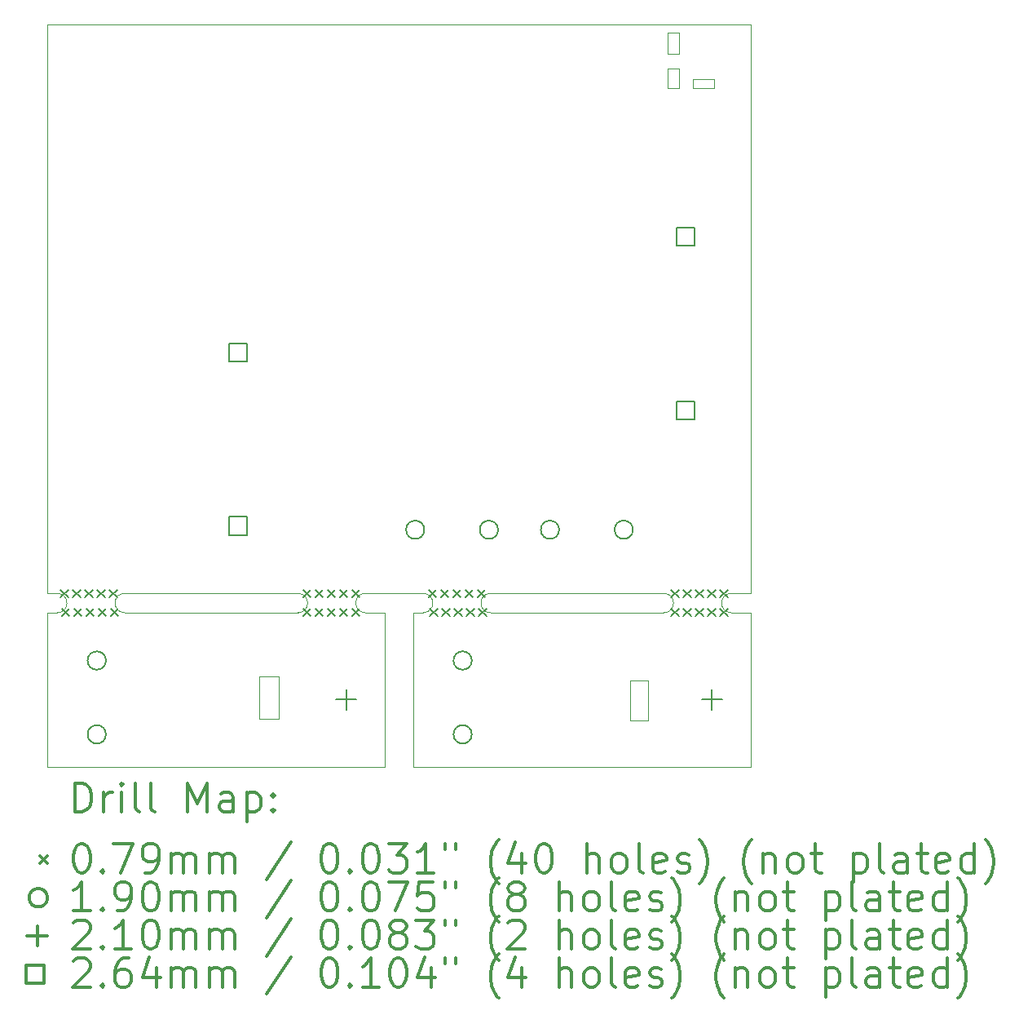
<source format=gbr>
%FSLAX45Y45*%
G04 Gerber Fmt 4.5, Leading zero omitted, Abs format (unit mm)*
G04 Created by KiCad (PCBNEW (5.1.7)-1) date 2021-06-29 10:57:21*
%MOMM*%
%LPD*%
G01*
G04 APERTURE LIST*
%TA.AperFunction,Profile*%
%ADD10C,0.100000*%
%TD*%
%TA.AperFunction,Profile*%
%ADD11C,0.050000*%
%TD*%
%ADD12C,0.200000*%
%ADD13C,0.300000*%
G04 APERTURE END LIST*
D10*
X11260000Y-3750000D02*
X11140000Y-3750000D01*
X11140000Y-3600000D02*
X11260000Y-3600000D01*
X6900000Y-10500000D02*
X7100000Y-10500000D01*
D11*
X12000000Y-9400000D02*
X12000000Y-9600000D01*
X9300000Y-9400000D02*
G75*
G02*
X9300000Y-9200000I0J100000D01*
G01*
D10*
X10750000Y-10100000D02*
X10750000Y-10520000D01*
X10940000Y-10100000D02*
X10750000Y-10100000D01*
X7100000Y-10500000D02*
X7100000Y-10060000D01*
X6900000Y-10060000D02*
X6900000Y-10500000D01*
X10940000Y-10520000D02*
X10940000Y-10100000D01*
X7100000Y-10060000D02*
X6900000Y-10060000D01*
D11*
X11100000Y-9200000D02*
G75*
G02*
X11100000Y-9400000I0J-100000D01*
G01*
X11800000Y-9400000D02*
X12000000Y-9400000D01*
X8500000Y-9600000D02*
X8500000Y-9400000D01*
X9300000Y-9400000D02*
X11100000Y-9400000D01*
X11800000Y-9400000D02*
G75*
G02*
X11800000Y-9200000I0J100000D01*
G01*
X11600000Y-11000000D02*
X12000000Y-11000000D01*
D10*
X10750000Y-10520000D02*
X10940000Y-10520000D01*
D11*
X8200000Y-9600000D02*
X8200000Y-9400000D01*
X8600000Y-9400000D02*
X8500000Y-9400000D01*
X8500000Y-11000000D02*
X11600000Y-11000000D01*
X8200000Y-11000000D02*
X8200000Y-9600000D01*
X5500000Y-9400000D02*
X7300000Y-9400000D01*
X8000000Y-9400000D02*
G75*
G02*
X8000000Y-9200000I0J100000D01*
G01*
X8500000Y-9600000D02*
X8500000Y-11000000D01*
X8600000Y-9200000D02*
G75*
G02*
X8600000Y-9400000I0J-100000D01*
G01*
X12000000Y-11000000D02*
X12000000Y-9600000D01*
X4800000Y-9200000D02*
G75*
G02*
X4800000Y-9400000I0J-100000D01*
G01*
X4700000Y-9600000D02*
X4700000Y-11000000D01*
X7800000Y-11000000D02*
X8200000Y-11000000D01*
X4700000Y-9600000D02*
X4700000Y-9400000D01*
X4800000Y-9400000D02*
X4700000Y-9400000D01*
X5500000Y-9400000D02*
G75*
G02*
X5500000Y-9200000I0J100000D01*
G01*
X8000000Y-9400000D02*
X8200000Y-9400000D01*
X7300000Y-9200000D02*
G75*
G02*
X7300000Y-9400000I0J-100000D01*
G01*
X4700000Y-11000000D02*
X7800000Y-11000000D01*
D10*
X11260000Y-3380000D02*
X11260000Y-3600000D01*
X11140000Y-3380000D02*
X11260000Y-3380000D01*
X11140000Y-3600000D02*
X11140000Y-3380000D01*
X11260000Y-3750000D02*
X11260000Y-3960000D01*
X11140000Y-3960000D02*
X11140000Y-3750000D01*
X11260000Y-3960000D02*
X11140000Y-3960000D01*
X11620000Y-3860000D02*
X11620000Y-3960000D01*
X11400000Y-3860000D02*
X11620000Y-3860000D01*
X11400000Y-3960000D02*
X11400000Y-3860000D01*
X11620000Y-3960000D02*
X11400000Y-3960000D01*
D11*
X11800000Y-9200000D02*
X12000000Y-9200000D01*
X8500000Y-9200000D02*
X8400000Y-9200000D01*
X11100000Y-9200000D02*
X9300000Y-9200000D01*
X8500000Y-9200000D02*
X8600000Y-9200000D01*
X7300000Y-9200000D02*
X5500000Y-9200000D01*
X8000000Y-9200000D02*
X8400000Y-9200000D01*
X4700000Y-9200000D02*
X4800000Y-9200000D01*
X12000000Y-9200000D02*
X12000000Y-9000000D01*
X4700000Y-9000000D02*
X4700000Y-9200000D01*
X12000000Y-9000000D02*
X12000000Y-3300000D01*
X4700000Y-3300000D02*
X4700000Y-9000000D01*
X12000000Y-3300000D02*
X4700000Y-3300000D01*
D12*
X8656630Y-9160630D02*
X8735370Y-9239370D01*
X8735370Y-9160630D02*
X8656630Y-9239370D01*
X8783630Y-9160630D02*
X8862370Y-9239370D01*
X8862370Y-9160630D02*
X8783630Y-9239370D01*
X8910630Y-9160630D02*
X8989370Y-9239370D01*
X8989370Y-9160630D02*
X8910630Y-9239370D01*
X9037630Y-9160630D02*
X9116370Y-9239370D01*
X9116370Y-9160630D02*
X9037630Y-9239370D01*
X9164630Y-9160630D02*
X9243370Y-9239370D01*
X9243370Y-9160630D02*
X9164630Y-9239370D01*
X8669630Y-9360630D02*
X8748370Y-9439370D01*
X8748370Y-9360630D02*
X8669630Y-9439370D01*
X8796630Y-9360630D02*
X8875370Y-9439370D01*
X8875370Y-9360630D02*
X8796630Y-9439370D01*
X8923630Y-9360630D02*
X9002370Y-9439370D01*
X9002370Y-9360630D02*
X8923630Y-9439370D01*
X9050630Y-9360630D02*
X9129370Y-9439370D01*
X9129370Y-9360630D02*
X9050630Y-9439370D01*
X9177630Y-9360630D02*
X9256370Y-9439370D01*
X9256370Y-9360630D02*
X9177630Y-9439370D01*
X4833630Y-9160630D02*
X4912370Y-9239370D01*
X4912370Y-9160630D02*
X4833630Y-9239370D01*
X4960630Y-9160630D02*
X5039370Y-9239370D01*
X5039370Y-9160630D02*
X4960630Y-9239370D01*
X5087630Y-9160630D02*
X5166370Y-9239370D01*
X5166370Y-9160630D02*
X5087630Y-9239370D01*
X5214630Y-9160630D02*
X5293370Y-9239370D01*
X5293370Y-9160630D02*
X5214630Y-9239370D01*
X5341630Y-9160630D02*
X5420370Y-9239370D01*
X5420370Y-9160630D02*
X5341630Y-9239370D01*
X11176630Y-9160630D02*
X11255370Y-9239370D01*
X11255370Y-9160630D02*
X11176630Y-9239370D01*
X11303630Y-9160630D02*
X11382370Y-9239370D01*
X11382370Y-9160630D02*
X11303630Y-9239370D01*
X11430630Y-9160630D02*
X11509370Y-9239370D01*
X11509370Y-9160630D02*
X11430630Y-9239370D01*
X11557630Y-9160630D02*
X11636370Y-9239370D01*
X11636370Y-9160630D02*
X11557630Y-9239370D01*
X11684630Y-9160630D02*
X11763370Y-9239370D01*
X11763370Y-9160630D02*
X11684630Y-9239370D01*
X7353630Y-9360630D02*
X7432370Y-9439370D01*
X7432370Y-9360630D02*
X7353630Y-9439370D01*
X7480630Y-9360630D02*
X7559370Y-9439370D01*
X7559370Y-9360630D02*
X7480630Y-9439370D01*
X7607630Y-9360630D02*
X7686370Y-9439370D01*
X7686370Y-9360630D02*
X7607630Y-9439370D01*
X7734630Y-9360630D02*
X7813370Y-9439370D01*
X7813370Y-9360630D02*
X7734630Y-9439370D01*
X7861630Y-9360630D02*
X7940370Y-9439370D01*
X7940370Y-9360630D02*
X7861630Y-9439370D01*
X4846630Y-9360630D02*
X4925370Y-9439370D01*
X4925370Y-9360630D02*
X4846630Y-9439370D01*
X4973630Y-9360630D02*
X5052370Y-9439370D01*
X5052370Y-9360630D02*
X4973630Y-9439370D01*
X5100630Y-9360630D02*
X5179370Y-9439370D01*
X5179370Y-9360630D02*
X5100630Y-9439370D01*
X5227630Y-9360630D02*
X5306370Y-9439370D01*
X5306370Y-9360630D02*
X5227630Y-9439370D01*
X5354630Y-9360630D02*
X5433370Y-9439370D01*
X5433370Y-9360630D02*
X5354630Y-9439370D01*
X7353630Y-9160630D02*
X7432370Y-9239370D01*
X7432370Y-9160630D02*
X7353630Y-9239370D01*
X7480630Y-9160630D02*
X7559370Y-9239370D01*
X7559370Y-9160630D02*
X7480630Y-9239370D01*
X7607630Y-9160630D02*
X7686370Y-9239370D01*
X7686370Y-9160630D02*
X7607630Y-9239370D01*
X7734630Y-9160630D02*
X7813370Y-9239370D01*
X7813370Y-9160630D02*
X7734630Y-9239370D01*
X7861630Y-9160630D02*
X7940370Y-9239370D01*
X7940370Y-9160630D02*
X7861630Y-9239370D01*
X11176630Y-9360630D02*
X11255370Y-9439370D01*
X11255370Y-9360630D02*
X11176630Y-9439370D01*
X11303630Y-9360630D02*
X11382370Y-9439370D01*
X11382370Y-9360630D02*
X11303630Y-9439370D01*
X11430630Y-9360630D02*
X11509370Y-9439370D01*
X11509370Y-9360630D02*
X11430630Y-9439370D01*
X11557630Y-9360630D02*
X11636370Y-9439370D01*
X11636370Y-9360630D02*
X11557630Y-9439370D01*
X11684630Y-9360630D02*
X11763370Y-9439370D01*
X11763370Y-9360630D02*
X11684630Y-9439370D01*
X8612000Y-8540000D02*
G75*
G03*
X8612000Y-8540000I-95000J0D01*
G01*
X9378000Y-8540000D02*
G75*
G03*
X9378000Y-8540000I-95000J0D01*
G01*
X5305000Y-9897000D02*
G75*
G03*
X5305000Y-9897000I-95000J0D01*
G01*
X5305000Y-10663000D02*
G75*
G03*
X5305000Y-10663000I-95000J0D01*
G01*
X10012000Y-8540000D02*
G75*
G03*
X10012000Y-8540000I-95000J0D01*
G01*
X10778000Y-8540000D02*
G75*
G03*
X10778000Y-8540000I-95000J0D01*
G01*
X9105000Y-9897000D02*
G75*
G03*
X9105000Y-9897000I-95000J0D01*
G01*
X9105000Y-10663000D02*
G75*
G03*
X9105000Y-10663000I-95000J0D01*
G01*
X7800000Y-10195000D02*
X7800000Y-10405000D01*
X7695000Y-10300000D02*
X7905000Y-10300000D01*
X11600000Y-10195000D02*
X11600000Y-10405000D01*
X11495000Y-10300000D02*
X11705000Y-10300000D01*
X6768339Y-6792839D02*
X6768339Y-6606161D01*
X6581661Y-6606161D01*
X6581661Y-6792839D01*
X6768339Y-6792839D01*
X11416339Y-5593839D02*
X11416339Y-5407161D01*
X11229661Y-5407161D01*
X11229661Y-5593839D01*
X11416339Y-5593839D01*
X6768339Y-8592839D02*
X6768339Y-8406161D01*
X6581661Y-8406161D01*
X6581661Y-8592839D01*
X6768339Y-8592839D01*
X11416339Y-7393839D02*
X11416339Y-7207161D01*
X11229661Y-7207161D01*
X11229661Y-7393839D01*
X11416339Y-7393839D01*
D13*
X4983928Y-11468214D02*
X4983928Y-11168214D01*
X5055357Y-11168214D01*
X5098214Y-11182500D01*
X5126786Y-11211071D01*
X5141071Y-11239643D01*
X5155357Y-11296786D01*
X5155357Y-11339643D01*
X5141071Y-11396786D01*
X5126786Y-11425357D01*
X5098214Y-11453929D01*
X5055357Y-11468214D01*
X4983928Y-11468214D01*
X5283928Y-11468214D02*
X5283928Y-11268214D01*
X5283928Y-11325357D02*
X5298214Y-11296786D01*
X5312500Y-11282500D01*
X5341071Y-11268214D01*
X5369643Y-11268214D01*
X5469643Y-11468214D02*
X5469643Y-11268214D01*
X5469643Y-11168214D02*
X5455357Y-11182500D01*
X5469643Y-11196786D01*
X5483928Y-11182500D01*
X5469643Y-11168214D01*
X5469643Y-11196786D01*
X5655357Y-11468214D02*
X5626786Y-11453929D01*
X5612500Y-11425357D01*
X5612500Y-11168214D01*
X5812500Y-11468214D02*
X5783928Y-11453929D01*
X5769643Y-11425357D01*
X5769643Y-11168214D01*
X6155357Y-11468214D02*
X6155357Y-11168214D01*
X6255357Y-11382500D01*
X6355357Y-11168214D01*
X6355357Y-11468214D01*
X6626786Y-11468214D02*
X6626786Y-11311071D01*
X6612500Y-11282500D01*
X6583928Y-11268214D01*
X6526786Y-11268214D01*
X6498214Y-11282500D01*
X6626786Y-11453929D02*
X6598214Y-11468214D01*
X6526786Y-11468214D01*
X6498214Y-11453929D01*
X6483928Y-11425357D01*
X6483928Y-11396786D01*
X6498214Y-11368214D01*
X6526786Y-11353929D01*
X6598214Y-11353929D01*
X6626786Y-11339643D01*
X6769643Y-11268214D02*
X6769643Y-11568214D01*
X6769643Y-11282500D02*
X6798214Y-11268214D01*
X6855357Y-11268214D01*
X6883928Y-11282500D01*
X6898214Y-11296786D01*
X6912500Y-11325357D01*
X6912500Y-11411071D01*
X6898214Y-11439643D01*
X6883928Y-11453929D01*
X6855357Y-11468214D01*
X6798214Y-11468214D01*
X6769643Y-11453929D01*
X7041071Y-11439643D02*
X7055357Y-11453929D01*
X7041071Y-11468214D01*
X7026786Y-11453929D01*
X7041071Y-11439643D01*
X7041071Y-11468214D01*
X7041071Y-11282500D02*
X7055357Y-11296786D01*
X7041071Y-11311071D01*
X7026786Y-11296786D01*
X7041071Y-11282500D01*
X7041071Y-11311071D01*
X4618760Y-11923130D02*
X4697500Y-12001870D01*
X4697500Y-11923130D02*
X4618760Y-12001870D01*
X5041071Y-11798214D02*
X5069643Y-11798214D01*
X5098214Y-11812500D01*
X5112500Y-11826786D01*
X5126786Y-11855357D01*
X5141071Y-11912500D01*
X5141071Y-11983929D01*
X5126786Y-12041071D01*
X5112500Y-12069643D01*
X5098214Y-12083929D01*
X5069643Y-12098214D01*
X5041071Y-12098214D01*
X5012500Y-12083929D01*
X4998214Y-12069643D01*
X4983928Y-12041071D01*
X4969643Y-11983929D01*
X4969643Y-11912500D01*
X4983928Y-11855357D01*
X4998214Y-11826786D01*
X5012500Y-11812500D01*
X5041071Y-11798214D01*
X5269643Y-12069643D02*
X5283928Y-12083929D01*
X5269643Y-12098214D01*
X5255357Y-12083929D01*
X5269643Y-12069643D01*
X5269643Y-12098214D01*
X5383928Y-11798214D02*
X5583928Y-11798214D01*
X5455357Y-12098214D01*
X5712500Y-12098214D02*
X5769643Y-12098214D01*
X5798214Y-12083929D01*
X5812500Y-12069643D01*
X5841071Y-12026786D01*
X5855357Y-11969643D01*
X5855357Y-11855357D01*
X5841071Y-11826786D01*
X5826786Y-11812500D01*
X5798214Y-11798214D01*
X5741071Y-11798214D01*
X5712500Y-11812500D01*
X5698214Y-11826786D01*
X5683928Y-11855357D01*
X5683928Y-11926786D01*
X5698214Y-11955357D01*
X5712500Y-11969643D01*
X5741071Y-11983929D01*
X5798214Y-11983929D01*
X5826786Y-11969643D01*
X5841071Y-11955357D01*
X5855357Y-11926786D01*
X5983928Y-12098214D02*
X5983928Y-11898214D01*
X5983928Y-11926786D02*
X5998214Y-11912500D01*
X6026786Y-11898214D01*
X6069643Y-11898214D01*
X6098214Y-11912500D01*
X6112500Y-11941071D01*
X6112500Y-12098214D01*
X6112500Y-11941071D02*
X6126786Y-11912500D01*
X6155357Y-11898214D01*
X6198214Y-11898214D01*
X6226786Y-11912500D01*
X6241071Y-11941071D01*
X6241071Y-12098214D01*
X6383928Y-12098214D02*
X6383928Y-11898214D01*
X6383928Y-11926786D02*
X6398214Y-11912500D01*
X6426786Y-11898214D01*
X6469643Y-11898214D01*
X6498214Y-11912500D01*
X6512500Y-11941071D01*
X6512500Y-12098214D01*
X6512500Y-11941071D02*
X6526786Y-11912500D01*
X6555357Y-11898214D01*
X6598214Y-11898214D01*
X6626786Y-11912500D01*
X6641071Y-11941071D01*
X6641071Y-12098214D01*
X7226786Y-11783929D02*
X6969643Y-12169643D01*
X7612500Y-11798214D02*
X7641071Y-11798214D01*
X7669643Y-11812500D01*
X7683928Y-11826786D01*
X7698214Y-11855357D01*
X7712500Y-11912500D01*
X7712500Y-11983929D01*
X7698214Y-12041071D01*
X7683928Y-12069643D01*
X7669643Y-12083929D01*
X7641071Y-12098214D01*
X7612500Y-12098214D01*
X7583928Y-12083929D01*
X7569643Y-12069643D01*
X7555357Y-12041071D01*
X7541071Y-11983929D01*
X7541071Y-11912500D01*
X7555357Y-11855357D01*
X7569643Y-11826786D01*
X7583928Y-11812500D01*
X7612500Y-11798214D01*
X7841071Y-12069643D02*
X7855357Y-12083929D01*
X7841071Y-12098214D01*
X7826786Y-12083929D01*
X7841071Y-12069643D01*
X7841071Y-12098214D01*
X8041071Y-11798214D02*
X8069643Y-11798214D01*
X8098214Y-11812500D01*
X8112500Y-11826786D01*
X8126786Y-11855357D01*
X8141071Y-11912500D01*
X8141071Y-11983929D01*
X8126786Y-12041071D01*
X8112500Y-12069643D01*
X8098214Y-12083929D01*
X8069643Y-12098214D01*
X8041071Y-12098214D01*
X8012500Y-12083929D01*
X7998214Y-12069643D01*
X7983928Y-12041071D01*
X7969643Y-11983929D01*
X7969643Y-11912500D01*
X7983928Y-11855357D01*
X7998214Y-11826786D01*
X8012500Y-11812500D01*
X8041071Y-11798214D01*
X8241071Y-11798214D02*
X8426786Y-11798214D01*
X8326786Y-11912500D01*
X8369643Y-11912500D01*
X8398214Y-11926786D01*
X8412500Y-11941071D01*
X8426786Y-11969643D01*
X8426786Y-12041071D01*
X8412500Y-12069643D01*
X8398214Y-12083929D01*
X8369643Y-12098214D01*
X8283928Y-12098214D01*
X8255357Y-12083929D01*
X8241071Y-12069643D01*
X8712500Y-12098214D02*
X8541071Y-12098214D01*
X8626786Y-12098214D02*
X8626786Y-11798214D01*
X8598214Y-11841071D01*
X8569643Y-11869643D01*
X8541071Y-11883929D01*
X8826786Y-11798214D02*
X8826786Y-11855357D01*
X8941071Y-11798214D02*
X8941071Y-11855357D01*
X9383928Y-12212500D02*
X9369643Y-12198214D01*
X9341071Y-12155357D01*
X9326786Y-12126786D01*
X9312500Y-12083929D01*
X9298214Y-12012500D01*
X9298214Y-11955357D01*
X9312500Y-11883929D01*
X9326786Y-11841071D01*
X9341071Y-11812500D01*
X9369643Y-11769643D01*
X9383928Y-11755357D01*
X9626786Y-11898214D02*
X9626786Y-12098214D01*
X9555357Y-11783929D02*
X9483928Y-11998214D01*
X9669643Y-11998214D01*
X9841071Y-11798214D02*
X9869643Y-11798214D01*
X9898214Y-11812500D01*
X9912500Y-11826786D01*
X9926786Y-11855357D01*
X9941071Y-11912500D01*
X9941071Y-11983929D01*
X9926786Y-12041071D01*
X9912500Y-12069643D01*
X9898214Y-12083929D01*
X9869643Y-12098214D01*
X9841071Y-12098214D01*
X9812500Y-12083929D01*
X9798214Y-12069643D01*
X9783928Y-12041071D01*
X9769643Y-11983929D01*
X9769643Y-11912500D01*
X9783928Y-11855357D01*
X9798214Y-11826786D01*
X9812500Y-11812500D01*
X9841071Y-11798214D01*
X10298214Y-12098214D02*
X10298214Y-11798214D01*
X10426786Y-12098214D02*
X10426786Y-11941071D01*
X10412500Y-11912500D01*
X10383928Y-11898214D01*
X10341071Y-11898214D01*
X10312500Y-11912500D01*
X10298214Y-11926786D01*
X10612500Y-12098214D02*
X10583928Y-12083929D01*
X10569643Y-12069643D01*
X10555357Y-12041071D01*
X10555357Y-11955357D01*
X10569643Y-11926786D01*
X10583928Y-11912500D01*
X10612500Y-11898214D01*
X10655357Y-11898214D01*
X10683928Y-11912500D01*
X10698214Y-11926786D01*
X10712500Y-11955357D01*
X10712500Y-12041071D01*
X10698214Y-12069643D01*
X10683928Y-12083929D01*
X10655357Y-12098214D01*
X10612500Y-12098214D01*
X10883928Y-12098214D02*
X10855357Y-12083929D01*
X10841071Y-12055357D01*
X10841071Y-11798214D01*
X11112500Y-12083929D02*
X11083928Y-12098214D01*
X11026786Y-12098214D01*
X10998214Y-12083929D01*
X10983928Y-12055357D01*
X10983928Y-11941071D01*
X10998214Y-11912500D01*
X11026786Y-11898214D01*
X11083928Y-11898214D01*
X11112500Y-11912500D01*
X11126786Y-11941071D01*
X11126786Y-11969643D01*
X10983928Y-11998214D01*
X11241071Y-12083929D02*
X11269643Y-12098214D01*
X11326786Y-12098214D01*
X11355357Y-12083929D01*
X11369643Y-12055357D01*
X11369643Y-12041071D01*
X11355357Y-12012500D01*
X11326786Y-11998214D01*
X11283928Y-11998214D01*
X11255357Y-11983929D01*
X11241071Y-11955357D01*
X11241071Y-11941071D01*
X11255357Y-11912500D01*
X11283928Y-11898214D01*
X11326786Y-11898214D01*
X11355357Y-11912500D01*
X11469643Y-12212500D02*
X11483928Y-12198214D01*
X11512500Y-12155357D01*
X11526786Y-12126786D01*
X11541071Y-12083929D01*
X11555357Y-12012500D01*
X11555357Y-11955357D01*
X11541071Y-11883929D01*
X11526786Y-11841071D01*
X11512500Y-11812500D01*
X11483928Y-11769643D01*
X11469643Y-11755357D01*
X12012500Y-12212500D02*
X11998214Y-12198214D01*
X11969643Y-12155357D01*
X11955357Y-12126786D01*
X11941071Y-12083929D01*
X11926786Y-12012500D01*
X11926786Y-11955357D01*
X11941071Y-11883929D01*
X11955357Y-11841071D01*
X11969643Y-11812500D01*
X11998214Y-11769643D01*
X12012500Y-11755357D01*
X12126786Y-11898214D02*
X12126786Y-12098214D01*
X12126786Y-11926786D02*
X12141071Y-11912500D01*
X12169643Y-11898214D01*
X12212500Y-11898214D01*
X12241071Y-11912500D01*
X12255357Y-11941071D01*
X12255357Y-12098214D01*
X12441071Y-12098214D02*
X12412500Y-12083929D01*
X12398214Y-12069643D01*
X12383928Y-12041071D01*
X12383928Y-11955357D01*
X12398214Y-11926786D01*
X12412500Y-11912500D01*
X12441071Y-11898214D01*
X12483928Y-11898214D01*
X12512500Y-11912500D01*
X12526786Y-11926786D01*
X12541071Y-11955357D01*
X12541071Y-12041071D01*
X12526786Y-12069643D01*
X12512500Y-12083929D01*
X12483928Y-12098214D01*
X12441071Y-12098214D01*
X12626786Y-11898214D02*
X12741071Y-11898214D01*
X12669643Y-11798214D02*
X12669643Y-12055357D01*
X12683928Y-12083929D01*
X12712500Y-12098214D01*
X12741071Y-12098214D01*
X13069643Y-11898214D02*
X13069643Y-12198214D01*
X13069643Y-11912500D02*
X13098214Y-11898214D01*
X13155357Y-11898214D01*
X13183928Y-11912500D01*
X13198214Y-11926786D01*
X13212500Y-11955357D01*
X13212500Y-12041071D01*
X13198214Y-12069643D01*
X13183928Y-12083929D01*
X13155357Y-12098214D01*
X13098214Y-12098214D01*
X13069643Y-12083929D01*
X13383928Y-12098214D02*
X13355357Y-12083929D01*
X13341071Y-12055357D01*
X13341071Y-11798214D01*
X13626786Y-12098214D02*
X13626786Y-11941071D01*
X13612500Y-11912500D01*
X13583928Y-11898214D01*
X13526786Y-11898214D01*
X13498214Y-11912500D01*
X13626786Y-12083929D02*
X13598214Y-12098214D01*
X13526786Y-12098214D01*
X13498214Y-12083929D01*
X13483928Y-12055357D01*
X13483928Y-12026786D01*
X13498214Y-11998214D01*
X13526786Y-11983929D01*
X13598214Y-11983929D01*
X13626786Y-11969643D01*
X13726786Y-11898214D02*
X13841071Y-11898214D01*
X13769643Y-11798214D02*
X13769643Y-12055357D01*
X13783928Y-12083929D01*
X13812500Y-12098214D01*
X13841071Y-12098214D01*
X14055357Y-12083929D02*
X14026786Y-12098214D01*
X13969643Y-12098214D01*
X13941071Y-12083929D01*
X13926786Y-12055357D01*
X13926786Y-11941071D01*
X13941071Y-11912500D01*
X13969643Y-11898214D01*
X14026786Y-11898214D01*
X14055357Y-11912500D01*
X14069643Y-11941071D01*
X14069643Y-11969643D01*
X13926786Y-11998214D01*
X14326786Y-12098214D02*
X14326786Y-11798214D01*
X14326786Y-12083929D02*
X14298214Y-12098214D01*
X14241071Y-12098214D01*
X14212500Y-12083929D01*
X14198214Y-12069643D01*
X14183928Y-12041071D01*
X14183928Y-11955357D01*
X14198214Y-11926786D01*
X14212500Y-11912500D01*
X14241071Y-11898214D01*
X14298214Y-11898214D01*
X14326786Y-11912500D01*
X14441071Y-12212500D02*
X14455357Y-12198214D01*
X14483928Y-12155357D01*
X14498214Y-12126786D01*
X14512500Y-12083929D01*
X14526786Y-12012500D01*
X14526786Y-11955357D01*
X14512500Y-11883929D01*
X14498214Y-11841071D01*
X14483928Y-11812500D01*
X14455357Y-11769643D01*
X14441071Y-11755357D01*
X4697500Y-12358500D02*
G75*
G03*
X4697500Y-12358500I-95000J0D01*
G01*
X5141071Y-12494214D02*
X4969643Y-12494214D01*
X5055357Y-12494214D02*
X5055357Y-12194214D01*
X5026786Y-12237071D01*
X4998214Y-12265643D01*
X4969643Y-12279929D01*
X5269643Y-12465643D02*
X5283928Y-12479929D01*
X5269643Y-12494214D01*
X5255357Y-12479929D01*
X5269643Y-12465643D01*
X5269643Y-12494214D01*
X5426786Y-12494214D02*
X5483928Y-12494214D01*
X5512500Y-12479929D01*
X5526786Y-12465643D01*
X5555357Y-12422786D01*
X5569643Y-12365643D01*
X5569643Y-12251357D01*
X5555357Y-12222786D01*
X5541071Y-12208500D01*
X5512500Y-12194214D01*
X5455357Y-12194214D01*
X5426786Y-12208500D01*
X5412500Y-12222786D01*
X5398214Y-12251357D01*
X5398214Y-12322786D01*
X5412500Y-12351357D01*
X5426786Y-12365643D01*
X5455357Y-12379929D01*
X5512500Y-12379929D01*
X5541071Y-12365643D01*
X5555357Y-12351357D01*
X5569643Y-12322786D01*
X5755357Y-12194214D02*
X5783928Y-12194214D01*
X5812500Y-12208500D01*
X5826786Y-12222786D01*
X5841071Y-12251357D01*
X5855357Y-12308500D01*
X5855357Y-12379929D01*
X5841071Y-12437071D01*
X5826786Y-12465643D01*
X5812500Y-12479929D01*
X5783928Y-12494214D01*
X5755357Y-12494214D01*
X5726786Y-12479929D01*
X5712500Y-12465643D01*
X5698214Y-12437071D01*
X5683928Y-12379929D01*
X5683928Y-12308500D01*
X5698214Y-12251357D01*
X5712500Y-12222786D01*
X5726786Y-12208500D01*
X5755357Y-12194214D01*
X5983928Y-12494214D02*
X5983928Y-12294214D01*
X5983928Y-12322786D02*
X5998214Y-12308500D01*
X6026786Y-12294214D01*
X6069643Y-12294214D01*
X6098214Y-12308500D01*
X6112500Y-12337071D01*
X6112500Y-12494214D01*
X6112500Y-12337071D02*
X6126786Y-12308500D01*
X6155357Y-12294214D01*
X6198214Y-12294214D01*
X6226786Y-12308500D01*
X6241071Y-12337071D01*
X6241071Y-12494214D01*
X6383928Y-12494214D02*
X6383928Y-12294214D01*
X6383928Y-12322786D02*
X6398214Y-12308500D01*
X6426786Y-12294214D01*
X6469643Y-12294214D01*
X6498214Y-12308500D01*
X6512500Y-12337071D01*
X6512500Y-12494214D01*
X6512500Y-12337071D02*
X6526786Y-12308500D01*
X6555357Y-12294214D01*
X6598214Y-12294214D01*
X6626786Y-12308500D01*
X6641071Y-12337071D01*
X6641071Y-12494214D01*
X7226786Y-12179929D02*
X6969643Y-12565643D01*
X7612500Y-12194214D02*
X7641071Y-12194214D01*
X7669643Y-12208500D01*
X7683928Y-12222786D01*
X7698214Y-12251357D01*
X7712500Y-12308500D01*
X7712500Y-12379929D01*
X7698214Y-12437071D01*
X7683928Y-12465643D01*
X7669643Y-12479929D01*
X7641071Y-12494214D01*
X7612500Y-12494214D01*
X7583928Y-12479929D01*
X7569643Y-12465643D01*
X7555357Y-12437071D01*
X7541071Y-12379929D01*
X7541071Y-12308500D01*
X7555357Y-12251357D01*
X7569643Y-12222786D01*
X7583928Y-12208500D01*
X7612500Y-12194214D01*
X7841071Y-12465643D02*
X7855357Y-12479929D01*
X7841071Y-12494214D01*
X7826786Y-12479929D01*
X7841071Y-12465643D01*
X7841071Y-12494214D01*
X8041071Y-12194214D02*
X8069643Y-12194214D01*
X8098214Y-12208500D01*
X8112500Y-12222786D01*
X8126786Y-12251357D01*
X8141071Y-12308500D01*
X8141071Y-12379929D01*
X8126786Y-12437071D01*
X8112500Y-12465643D01*
X8098214Y-12479929D01*
X8069643Y-12494214D01*
X8041071Y-12494214D01*
X8012500Y-12479929D01*
X7998214Y-12465643D01*
X7983928Y-12437071D01*
X7969643Y-12379929D01*
X7969643Y-12308500D01*
X7983928Y-12251357D01*
X7998214Y-12222786D01*
X8012500Y-12208500D01*
X8041071Y-12194214D01*
X8241071Y-12194214D02*
X8441071Y-12194214D01*
X8312500Y-12494214D01*
X8698214Y-12194214D02*
X8555357Y-12194214D01*
X8541071Y-12337071D01*
X8555357Y-12322786D01*
X8583928Y-12308500D01*
X8655357Y-12308500D01*
X8683928Y-12322786D01*
X8698214Y-12337071D01*
X8712500Y-12365643D01*
X8712500Y-12437071D01*
X8698214Y-12465643D01*
X8683928Y-12479929D01*
X8655357Y-12494214D01*
X8583928Y-12494214D01*
X8555357Y-12479929D01*
X8541071Y-12465643D01*
X8826786Y-12194214D02*
X8826786Y-12251357D01*
X8941071Y-12194214D02*
X8941071Y-12251357D01*
X9383928Y-12608500D02*
X9369643Y-12594214D01*
X9341071Y-12551357D01*
X9326786Y-12522786D01*
X9312500Y-12479929D01*
X9298214Y-12408500D01*
X9298214Y-12351357D01*
X9312500Y-12279929D01*
X9326786Y-12237071D01*
X9341071Y-12208500D01*
X9369643Y-12165643D01*
X9383928Y-12151357D01*
X9541071Y-12322786D02*
X9512500Y-12308500D01*
X9498214Y-12294214D01*
X9483928Y-12265643D01*
X9483928Y-12251357D01*
X9498214Y-12222786D01*
X9512500Y-12208500D01*
X9541071Y-12194214D01*
X9598214Y-12194214D01*
X9626786Y-12208500D01*
X9641071Y-12222786D01*
X9655357Y-12251357D01*
X9655357Y-12265643D01*
X9641071Y-12294214D01*
X9626786Y-12308500D01*
X9598214Y-12322786D01*
X9541071Y-12322786D01*
X9512500Y-12337071D01*
X9498214Y-12351357D01*
X9483928Y-12379929D01*
X9483928Y-12437071D01*
X9498214Y-12465643D01*
X9512500Y-12479929D01*
X9541071Y-12494214D01*
X9598214Y-12494214D01*
X9626786Y-12479929D01*
X9641071Y-12465643D01*
X9655357Y-12437071D01*
X9655357Y-12379929D01*
X9641071Y-12351357D01*
X9626786Y-12337071D01*
X9598214Y-12322786D01*
X10012500Y-12494214D02*
X10012500Y-12194214D01*
X10141071Y-12494214D02*
X10141071Y-12337071D01*
X10126786Y-12308500D01*
X10098214Y-12294214D01*
X10055357Y-12294214D01*
X10026786Y-12308500D01*
X10012500Y-12322786D01*
X10326786Y-12494214D02*
X10298214Y-12479929D01*
X10283928Y-12465643D01*
X10269643Y-12437071D01*
X10269643Y-12351357D01*
X10283928Y-12322786D01*
X10298214Y-12308500D01*
X10326786Y-12294214D01*
X10369643Y-12294214D01*
X10398214Y-12308500D01*
X10412500Y-12322786D01*
X10426786Y-12351357D01*
X10426786Y-12437071D01*
X10412500Y-12465643D01*
X10398214Y-12479929D01*
X10369643Y-12494214D01*
X10326786Y-12494214D01*
X10598214Y-12494214D02*
X10569643Y-12479929D01*
X10555357Y-12451357D01*
X10555357Y-12194214D01*
X10826786Y-12479929D02*
X10798214Y-12494214D01*
X10741071Y-12494214D01*
X10712500Y-12479929D01*
X10698214Y-12451357D01*
X10698214Y-12337071D01*
X10712500Y-12308500D01*
X10741071Y-12294214D01*
X10798214Y-12294214D01*
X10826786Y-12308500D01*
X10841071Y-12337071D01*
X10841071Y-12365643D01*
X10698214Y-12394214D01*
X10955357Y-12479929D02*
X10983928Y-12494214D01*
X11041071Y-12494214D01*
X11069643Y-12479929D01*
X11083928Y-12451357D01*
X11083928Y-12437071D01*
X11069643Y-12408500D01*
X11041071Y-12394214D01*
X10998214Y-12394214D01*
X10969643Y-12379929D01*
X10955357Y-12351357D01*
X10955357Y-12337071D01*
X10969643Y-12308500D01*
X10998214Y-12294214D01*
X11041071Y-12294214D01*
X11069643Y-12308500D01*
X11183928Y-12608500D02*
X11198214Y-12594214D01*
X11226786Y-12551357D01*
X11241071Y-12522786D01*
X11255357Y-12479929D01*
X11269643Y-12408500D01*
X11269643Y-12351357D01*
X11255357Y-12279929D01*
X11241071Y-12237071D01*
X11226786Y-12208500D01*
X11198214Y-12165643D01*
X11183928Y-12151357D01*
X11726786Y-12608500D02*
X11712500Y-12594214D01*
X11683928Y-12551357D01*
X11669643Y-12522786D01*
X11655357Y-12479929D01*
X11641071Y-12408500D01*
X11641071Y-12351357D01*
X11655357Y-12279929D01*
X11669643Y-12237071D01*
X11683928Y-12208500D01*
X11712500Y-12165643D01*
X11726786Y-12151357D01*
X11841071Y-12294214D02*
X11841071Y-12494214D01*
X11841071Y-12322786D02*
X11855357Y-12308500D01*
X11883928Y-12294214D01*
X11926786Y-12294214D01*
X11955357Y-12308500D01*
X11969643Y-12337071D01*
X11969643Y-12494214D01*
X12155357Y-12494214D02*
X12126786Y-12479929D01*
X12112500Y-12465643D01*
X12098214Y-12437071D01*
X12098214Y-12351357D01*
X12112500Y-12322786D01*
X12126786Y-12308500D01*
X12155357Y-12294214D01*
X12198214Y-12294214D01*
X12226786Y-12308500D01*
X12241071Y-12322786D01*
X12255357Y-12351357D01*
X12255357Y-12437071D01*
X12241071Y-12465643D01*
X12226786Y-12479929D01*
X12198214Y-12494214D01*
X12155357Y-12494214D01*
X12341071Y-12294214D02*
X12455357Y-12294214D01*
X12383928Y-12194214D02*
X12383928Y-12451357D01*
X12398214Y-12479929D01*
X12426786Y-12494214D01*
X12455357Y-12494214D01*
X12783928Y-12294214D02*
X12783928Y-12594214D01*
X12783928Y-12308500D02*
X12812500Y-12294214D01*
X12869643Y-12294214D01*
X12898214Y-12308500D01*
X12912500Y-12322786D01*
X12926786Y-12351357D01*
X12926786Y-12437071D01*
X12912500Y-12465643D01*
X12898214Y-12479929D01*
X12869643Y-12494214D01*
X12812500Y-12494214D01*
X12783928Y-12479929D01*
X13098214Y-12494214D02*
X13069643Y-12479929D01*
X13055357Y-12451357D01*
X13055357Y-12194214D01*
X13341071Y-12494214D02*
X13341071Y-12337071D01*
X13326786Y-12308500D01*
X13298214Y-12294214D01*
X13241071Y-12294214D01*
X13212500Y-12308500D01*
X13341071Y-12479929D02*
X13312500Y-12494214D01*
X13241071Y-12494214D01*
X13212500Y-12479929D01*
X13198214Y-12451357D01*
X13198214Y-12422786D01*
X13212500Y-12394214D01*
X13241071Y-12379929D01*
X13312500Y-12379929D01*
X13341071Y-12365643D01*
X13441071Y-12294214D02*
X13555357Y-12294214D01*
X13483928Y-12194214D02*
X13483928Y-12451357D01*
X13498214Y-12479929D01*
X13526786Y-12494214D01*
X13555357Y-12494214D01*
X13769643Y-12479929D02*
X13741071Y-12494214D01*
X13683928Y-12494214D01*
X13655357Y-12479929D01*
X13641071Y-12451357D01*
X13641071Y-12337071D01*
X13655357Y-12308500D01*
X13683928Y-12294214D01*
X13741071Y-12294214D01*
X13769643Y-12308500D01*
X13783928Y-12337071D01*
X13783928Y-12365643D01*
X13641071Y-12394214D01*
X14041071Y-12494214D02*
X14041071Y-12194214D01*
X14041071Y-12479929D02*
X14012500Y-12494214D01*
X13955357Y-12494214D01*
X13926786Y-12479929D01*
X13912500Y-12465643D01*
X13898214Y-12437071D01*
X13898214Y-12351357D01*
X13912500Y-12322786D01*
X13926786Y-12308500D01*
X13955357Y-12294214D01*
X14012500Y-12294214D01*
X14041071Y-12308500D01*
X14155357Y-12608500D02*
X14169643Y-12594214D01*
X14198214Y-12551357D01*
X14212500Y-12522786D01*
X14226786Y-12479929D01*
X14241071Y-12408500D01*
X14241071Y-12351357D01*
X14226786Y-12279929D01*
X14212500Y-12237071D01*
X14198214Y-12208500D01*
X14169643Y-12165643D01*
X14155357Y-12151357D01*
X4592500Y-12649500D02*
X4592500Y-12859500D01*
X4487500Y-12754500D02*
X4697500Y-12754500D01*
X4969643Y-12618786D02*
X4983928Y-12604500D01*
X5012500Y-12590214D01*
X5083928Y-12590214D01*
X5112500Y-12604500D01*
X5126786Y-12618786D01*
X5141071Y-12647357D01*
X5141071Y-12675929D01*
X5126786Y-12718786D01*
X4955357Y-12890214D01*
X5141071Y-12890214D01*
X5269643Y-12861643D02*
X5283928Y-12875929D01*
X5269643Y-12890214D01*
X5255357Y-12875929D01*
X5269643Y-12861643D01*
X5269643Y-12890214D01*
X5569643Y-12890214D02*
X5398214Y-12890214D01*
X5483928Y-12890214D02*
X5483928Y-12590214D01*
X5455357Y-12633071D01*
X5426786Y-12661643D01*
X5398214Y-12675929D01*
X5755357Y-12590214D02*
X5783928Y-12590214D01*
X5812500Y-12604500D01*
X5826786Y-12618786D01*
X5841071Y-12647357D01*
X5855357Y-12704500D01*
X5855357Y-12775929D01*
X5841071Y-12833071D01*
X5826786Y-12861643D01*
X5812500Y-12875929D01*
X5783928Y-12890214D01*
X5755357Y-12890214D01*
X5726786Y-12875929D01*
X5712500Y-12861643D01*
X5698214Y-12833071D01*
X5683928Y-12775929D01*
X5683928Y-12704500D01*
X5698214Y-12647357D01*
X5712500Y-12618786D01*
X5726786Y-12604500D01*
X5755357Y-12590214D01*
X5983928Y-12890214D02*
X5983928Y-12690214D01*
X5983928Y-12718786D02*
X5998214Y-12704500D01*
X6026786Y-12690214D01*
X6069643Y-12690214D01*
X6098214Y-12704500D01*
X6112500Y-12733071D01*
X6112500Y-12890214D01*
X6112500Y-12733071D02*
X6126786Y-12704500D01*
X6155357Y-12690214D01*
X6198214Y-12690214D01*
X6226786Y-12704500D01*
X6241071Y-12733071D01*
X6241071Y-12890214D01*
X6383928Y-12890214D02*
X6383928Y-12690214D01*
X6383928Y-12718786D02*
X6398214Y-12704500D01*
X6426786Y-12690214D01*
X6469643Y-12690214D01*
X6498214Y-12704500D01*
X6512500Y-12733071D01*
X6512500Y-12890214D01*
X6512500Y-12733071D02*
X6526786Y-12704500D01*
X6555357Y-12690214D01*
X6598214Y-12690214D01*
X6626786Y-12704500D01*
X6641071Y-12733071D01*
X6641071Y-12890214D01*
X7226786Y-12575929D02*
X6969643Y-12961643D01*
X7612500Y-12590214D02*
X7641071Y-12590214D01*
X7669643Y-12604500D01*
X7683928Y-12618786D01*
X7698214Y-12647357D01*
X7712500Y-12704500D01*
X7712500Y-12775929D01*
X7698214Y-12833071D01*
X7683928Y-12861643D01*
X7669643Y-12875929D01*
X7641071Y-12890214D01*
X7612500Y-12890214D01*
X7583928Y-12875929D01*
X7569643Y-12861643D01*
X7555357Y-12833071D01*
X7541071Y-12775929D01*
X7541071Y-12704500D01*
X7555357Y-12647357D01*
X7569643Y-12618786D01*
X7583928Y-12604500D01*
X7612500Y-12590214D01*
X7841071Y-12861643D02*
X7855357Y-12875929D01*
X7841071Y-12890214D01*
X7826786Y-12875929D01*
X7841071Y-12861643D01*
X7841071Y-12890214D01*
X8041071Y-12590214D02*
X8069643Y-12590214D01*
X8098214Y-12604500D01*
X8112500Y-12618786D01*
X8126786Y-12647357D01*
X8141071Y-12704500D01*
X8141071Y-12775929D01*
X8126786Y-12833071D01*
X8112500Y-12861643D01*
X8098214Y-12875929D01*
X8069643Y-12890214D01*
X8041071Y-12890214D01*
X8012500Y-12875929D01*
X7998214Y-12861643D01*
X7983928Y-12833071D01*
X7969643Y-12775929D01*
X7969643Y-12704500D01*
X7983928Y-12647357D01*
X7998214Y-12618786D01*
X8012500Y-12604500D01*
X8041071Y-12590214D01*
X8312500Y-12718786D02*
X8283928Y-12704500D01*
X8269643Y-12690214D01*
X8255357Y-12661643D01*
X8255357Y-12647357D01*
X8269643Y-12618786D01*
X8283928Y-12604500D01*
X8312500Y-12590214D01*
X8369643Y-12590214D01*
X8398214Y-12604500D01*
X8412500Y-12618786D01*
X8426786Y-12647357D01*
X8426786Y-12661643D01*
X8412500Y-12690214D01*
X8398214Y-12704500D01*
X8369643Y-12718786D01*
X8312500Y-12718786D01*
X8283928Y-12733071D01*
X8269643Y-12747357D01*
X8255357Y-12775929D01*
X8255357Y-12833071D01*
X8269643Y-12861643D01*
X8283928Y-12875929D01*
X8312500Y-12890214D01*
X8369643Y-12890214D01*
X8398214Y-12875929D01*
X8412500Y-12861643D01*
X8426786Y-12833071D01*
X8426786Y-12775929D01*
X8412500Y-12747357D01*
X8398214Y-12733071D01*
X8369643Y-12718786D01*
X8526786Y-12590214D02*
X8712500Y-12590214D01*
X8612500Y-12704500D01*
X8655357Y-12704500D01*
X8683928Y-12718786D01*
X8698214Y-12733071D01*
X8712500Y-12761643D01*
X8712500Y-12833071D01*
X8698214Y-12861643D01*
X8683928Y-12875929D01*
X8655357Y-12890214D01*
X8569643Y-12890214D01*
X8541071Y-12875929D01*
X8526786Y-12861643D01*
X8826786Y-12590214D02*
X8826786Y-12647357D01*
X8941071Y-12590214D02*
X8941071Y-12647357D01*
X9383928Y-13004500D02*
X9369643Y-12990214D01*
X9341071Y-12947357D01*
X9326786Y-12918786D01*
X9312500Y-12875929D01*
X9298214Y-12804500D01*
X9298214Y-12747357D01*
X9312500Y-12675929D01*
X9326786Y-12633071D01*
X9341071Y-12604500D01*
X9369643Y-12561643D01*
X9383928Y-12547357D01*
X9483928Y-12618786D02*
X9498214Y-12604500D01*
X9526786Y-12590214D01*
X9598214Y-12590214D01*
X9626786Y-12604500D01*
X9641071Y-12618786D01*
X9655357Y-12647357D01*
X9655357Y-12675929D01*
X9641071Y-12718786D01*
X9469643Y-12890214D01*
X9655357Y-12890214D01*
X10012500Y-12890214D02*
X10012500Y-12590214D01*
X10141071Y-12890214D02*
X10141071Y-12733071D01*
X10126786Y-12704500D01*
X10098214Y-12690214D01*
X10055357Y-12690214D01*
X10026786Y-12704500D01*
X10012500Y-12718786D01*
X10326786Y-12890214D02*
X10298214Y-12875929D01*
X10283928Y-12861643D01*
X10269643Y-12833071D01*
X10269643Y-12747357D01*
X10283928Y-12718786D01*
X10298214Y-12704500D01*
X10326786Y-12690214D01*
X10369643Y-12690214D01*
X10398214Y-12704500D01*
X10412500Y-12718786D01*
X10426786Y-12747357D01*
X10426786Y-12833071D01*
X10412500Y-12861643D01*
X10398214Y-12875929D01*
X10369643Y-12890214D01*
X10326786Y-12890214D01*
X10598214Y-12890214D02*
X10569643Y-12875929D01*
X10555357Y-12847357D01*
X10555357Y-12590214D01*
X10826786Y-12875929D02*
X10798214Y-12890214D01*
X10741071Y-12890214D01*
X10712500Y-12875929D01*
X10698214Y-12847357D01*
X10698214Y-12733071D01*
X10712500Y-12704500D01*
X10741071Y-12690214D01*
X10798214Y-12690214D01*
X10826786Y-12704500D01*
X10841071Y-12733071D01*
X10841071Y-12761643D01*
X10698214Y-12790214D01*
X10955357Y-12875929D02*
X10983928Y-12890214D01*
X11041071Y-12890214D01*
X11069643Y-12875929D01*
X11083928Y-12847357D01*
X11083928Y-12833071D01*
X11069643Y-12804500D01*
X11041071Y-12790214D01*
X10998214Y-12790214D01*
X10969643Y-12775929D01*
X10955357Y-12747357D01*
X10955357Y-12733071D01*
X10969643Y-12704500D01*
X10998214Y-12690214D01*
X11041071Y-12690214D01*
X11069643Y-12704500D01*
X11183928Y-13004500D02*
X11198214Y-12990214D01*
X11226786Y-12947357D01*
X11241071Y-12918786D01*
X11255357Y-12875929D01*
X11269643Y-12804500D01*
X11269643Y-12747357D01*
X11255357Y-12675929D01*
X11241071Y-12633071D01*
X11226786Y-12604500D01*
X11198214Y-12561643D01*
X11183928Y-12547357D01*
X11726786Y-13004500D02*
X11712500Y-12990214D01*
X11683928Y-12947357D01*
X11669643Y-12918786D01*
X11655357Y-12875929D01*
X11641071Y-12804500D01*
X11641071Y-12747357D01*
X11655357Y-12675929D01*
X11669643Y-12633071D01*
X11683928Y-12604500D01*
X11712500Y-12561643D01*
X11726786Y-12547357D01*
X11841071Y-12690214D02*
X11841071Y-12890214D01*
X11841071Y-12718786D02*
X11855357Y-12704500D01*
X11883928Y-12690214D01*
X11926786Y-12690214D01*
X11955357Y-12704500D01*
X11969643Y-12733071D01*
X11969643Y-12890214D01*
X12155357Y-12890214D02*
X12126786Y-12875929D01*
X12112500Y-12861643D01*
X12098214Y-12833071D01*
X12098214Y-12747357D01*
X12112500Y-12718786D01*
X12126786Y-12704500D01*
X12155357Y-12690214D01*
X12198214Y-12690214D01*
X12226786Y-12704500D01*
X12241071Y-12718786D01*
X12255357Y-12747357D01*
X12255357Y-12833071D01*
X12241071Y-12861643D01*
X12226786Y-12875929D01*
X12198214Y-12890214D01*
X12155357Y-12890214D01*
X12341071Y-12690214D02*
X12455357Y-12690214D01*
X12383928Y-12590214D02*
X12383928Y-12847357D01*
X12398214Y-12875929D01*
X12426786Y-12890214D01*
X12455357Y-12890214D01*
X12783928Y-12690214D02*
X12783928Y-12990214D01*
X12783928Y-12704500D02*
X12812500Y-12690214D01*
X12869643Y-12690214D01*
X12898214Y-12704500D01*
X12912500Y-12718786D01*
X12926786Y-12747357D01*
X12926786Y-12833071D01*
X12912500Y-12861643D01*
X12898214Y-12875929D01*
X12869643Y-12890214D01*
X12812500Y-12890214D01*
X12783928Y-12875929D01*
X13098214Y-12890214D02*
X13069643Y-12875929D01*
X13055357Y-12847357D01*
X13055357Y-12590214D01*
X13341071Y-12890214D02*
X13341071Y-12733071D01*
X13326786Y-12704500D01*
X13298214Y-12690214D01*
X13241071Y-12690214D01*
X13212500Y-12704500D01*
X13341071Y-12875929D02*
X13312500Y-12890214D01*
X13241071Y-12890214D01*
X13212500Y-12875929D01*
X13198214Y-12847357D01*
X13198214Y-12818786D01*
X13212500Y-12790214D01*
X13241071Y-12775929D01*
X13312500Y-12775929D01*
X13341071Y-12761643D01*
X13441071Y-12690214D02*
X13555357Y-12690214D01*
X13483928Y-12590214D02*
X13483928Y-12847357D01*
X13498214Y-12875929D01*
X13526786Y-12890214D01*
X13555357Y-12890214D01*
X13769643Y-12875929D02*
X13741071Y-12890214D01*
X13683928Y-12890214D01*
X13655357Y-12875929D01*
X13641071Y-12847357D01*
X13641071Y-12733071D01*
X13655357Y-12704500D01*
X13683928Y-12690214D01*
X13741071Y-12690214D01*
X13769643Y-12704500D01*
X13783928Y-12733071D01*
X13783928Y-12761643D01*
X13641071Y-12790214D01*
X14041071Y-12890214D02*
X14041071Y-12590214D01*
X14041071Y-12875929D02*
X14012500Y-12890214D01*
X13955357Y-12890214D01*
X13926786Y-12875929D01*
X13912500Y-12861643D01*
X13898214Y-12833071D01*
X13898214Y-12747357D01*
X13912500Y-12718786D01*
X13926786Y-12704500D01*
X13955357Y-12690214D01*
X14012500Y-12690214D01*
X14041071Y-12704500D01*
X14155357Y-13004500D02*
X14169643Y-12990214D01*
X14198214Y-12947357D01*
X14212500Y-12918786D01*
X14226786Y-12875929D01*
X14241071Y-12804500D01*
X14241071Y-12747357D01*
X14226786Y-12675929D01*
X14212500Y-12633071D01*
X14198214Y-12604500D01*
X14169643Y-12561643D01*
X14155357Y-12547357D01*
X4658839Y-13243839D02*
X4658839Y-13057161D01*
X4472161Y-13057161D01*
X4472161Y-13243839D01*
X4658839Y-13243839D01*
X4969643Y-13014786D02*
X4983928Y-13000500D01*
X5012500Y-12986214D01*
X5083928Y-12986214D01*
X5112500Y-13000500D01*
X5126786Y-13014786D01*
X5141071Y-13043357D01*
X5141071Y-13071929D01*
X5126786Y-13114786D01*
X4955357Y-13286214D01*
X5141071Y-13286214D01*
X5269643Y-13257643D02*
X5283928Y-13271929D01*
X5269643Y-13286214D01*
X5255357Y-13271929D01*
X5269643Y-13257643D01*
X5269643Y-13286214D01*
X5541071Y-12986214D02*
X5483928Y-12986214D01*
X5455357Y-13000500D01*
X5441071Y-13014786D01*
X5412500Y-13057643D01*
X5398214Y-13114786D01*
X5398214Y-13229071D01*
X5412500Y-13257643D01*
X5426786Y-13271929D01*
X5455357Y-13286214D01*
X5512500Y-13286214D01*
X5541071Y-13271929D01*
X5555357Y-13257643D01*
X5569643Y-13229071D01*
X5569643Y-13157643D01*
X5555357Y-13129071D01*
X5541071Y-13114786D01*
X5512500Y-13100500D01*
X5455357Y-13100500D01*
X5426786Y-13114786D01*
X5412500Y-13129071D01*
X5398214Y-13157643D01*
X5826786Y-13086214D02*
X5826786Y-13286214D01*
X5755357Y-12971929D02*
X5683928Y-13186214D01*
X5869643Y-13186214D01*
X5983928Y-13286214D02*
X5983928Y-13086214D01*
X5983928Y-13114786D02*
X5998214Y-13100500D01*
X6026786Y-13086214D01*
X6069643Y-13086214D01*
X6098214Y-13100500D01*
X6112500Y-13129071D01*
X6112500Y-13286214D01*
X6112500Y-13129071D02*
X6126786Y-13100500D01*
X6155357Y-13086214D01*
X6198214Y-13086214D01*
X6226786Y-13100500D01*
X6241071Y-13129071D01*
X6241071Y-13286214D01*
X6383928Y-13286214D02*
X6383928Y-13086214D01*
X6383928Y-13114786D02*
X6398214Y-13100500D01*
X6426786Y-13086214D01*
X6469643Y-13086214D01*
X6498214Y-13100500D01*
X6512500Y-13129071D01*
X6512500Y-13286214D01*
X6512500Y-13129071D02*
X6526786Y-13100500D01*
X6555357Y-13086214D01*
X6598214Y-13086214D01*
X6626786Y-13100500D01*
X6641071Y-13129071D01*
X6641071Y-13286214D01*
X7226786Y-12971929D02*
X6969643Y-13357643D01*
X7612500Y-12986214D02*
X7641071Y-12986214D01*
X7669643Y-13000500D01*
X7683928Y-13014786D01*
X7698214Y-13043357D01*
X7712500Y-13100500D01*
X7712500Y-13171929D01*
X7698214Y-13229071D01*
X7683928Y-13257643D01*
X7669643Y-13271929D01*
X7641071Y-13286214D01*
X7612500Y-13286214D01*
X7583928Y-13271929D01*
X7569643Y-13257643D01*
X7555357Y-13229071D01*
X7541071Y-13171929D01*
X7541071Y-13100500D01*
X7555357Y-13043357D01*
X7569643Y-13014786D01*
X7583928Y-13000500D01*
X7612500Y-12986214D01*
X7841071Y-13257643D02*
X7855357Y-13271929D01*
X7841071Y-13286214D01*
X7826786Y-13271929D01*
X7841071Y-13257643D01*
X7841071Y-13286214D01*
X8141071Y-13286214D02*
X7969643Y-13286214D01*
X8055357Y-13286214D02*
X8055357Y-12986214D01*
X8026786Y-13029071D01*
X7998214Y-13057643D01*
X7969643Y-13071929D01*
X8326786Y-12986214D02*
X8355357Y-12986214D01*
X8383928Y-13000500D01*
X8398214Y-13014786D01*
X8412500Y-13043357D01*
X8426786Y-13100500D01*
X8426786Y-13171929D01*
X8412500Y-13229071D01*
X8398214Y-13257643D01*
X8383928Y-13271929D01*
X8355357Y-13286214D01*
X8326786Y-13286214D01*
X8298214Y-13271929D01*
X8283928Y-13257643D01*
X8269643Y-13229071D01*
X8255357Y-13171929D01*
X8255357Y-13100500D01*
X8269643Y-13043357D01*
X8283928Y-13014786D01*
X8298214Y-13000500D01*
X8326786Y-12986214D01*
X8683928Y-13086214D02*
X8683928Y-13286214D01*
X8612500Y-12971929D02*
X8541071Y-13186214D01*
X8726786Y-13186214D01*
X8826786Y-12986214D02*
X8826786Y-13043357D01*
X8941071Y-12986214D02*
X8941071Y-13043357D01*
X9383928Y-13400500D02*
X9369643Y-13386214D01*
X9341071Y-13343357D01*
X9326786Y-13314786D01*
X9312500Y-13271929D01*
X9298214Y-13200500D01*
X9298214Y-13143357D01*
X9312500Y-13071929D01*
X9326786Y-13029071D01*
X9341071Y-13000500D01*
X9369643Y-12957643D01*
X9383928Y-12943357D01*
X9626786Y-13086214D02*
X9626786Y-13286214D01*
X9555357Y-12971929D02*
X9483928Y-13186214D01*
X9669643Y-13186214D01*
X10012500Y-13286214D02*
X10012500Y-12986214D01*
X10141071Y-13286214D02*
X10141071Y-13129071D01*
X10126786Y-13100500D01*
X10098214Y-13086214D01*
X10055357Y-13086214D01*
X10026786Y-13100500D01*
X10012500Y-13114786D01*
X10326786Y-13286214D02*
X10298214Y-13271929D01*
X10283928Y-13257643D01*
X10269643Y-13229071D01*
X10269643Y-13143357D01*
X10283928Y-13114786D01*
X10298214Y-13100500D01*
X10326786Y-13086214D01*
X10369643Y-13086214D01*
X10398214Y-13100500D01*
X10412500Y-13114786D01*
X10426786Y-13143357D01*
X10426786Y-13229071D01*
X10412500Y-13257643D01*
X10398214Y-13271929D01*
X10369643Y-13286214D01*
X10326786Y-13286214D01*
X10598214Y-13286214D02*
X10569643Y-13271929D01*
X10555357Y-13243357D01*
X10555357Y-12986214D01*
X10826786Y-13271929D02*
X10798214Y-13286214D01*
X10741071Y-13286214D01*
X10712500Y-13271929D01*
X10698214Y-13243357D01*
X10698214Y-13129071D01*
X10712500Y-13100500D01*
X10741071Y-13086214D01*
X10798214Y-13086214D01*
X10826786Y-13100500D01*
X10841071Y-13129071D01*
X10841071Y-13157643D01*
X10698214Y-13186214D01*
X10955357Y-13271929D02*
X10983928Y-13286214D01*
X11041071Y-13286214D01*
X11069643Y-13271929D01*
X11083928Y-13243357D01*
X11083928Y-13229071D01*
X11069643Y-13200500D01*
X11041071Y-13186214D01*
X10998214Y-13186214D01*
X10969643Y-13171929D01*
X10955357Y-13143357D01*
X10955357Y-13129071D01*
X10969643Y-13100500D01*
X10998214Y-13086214D01*
X11041071Y-13086214D01*
X11069643Y-13100500D01*
X11183928Y-13400500D02*
X11198214Y-13386214D01*
X11226786Y-13343357D01*
X11241071Y-13314786D01*
X11255357Y-13271929D01*
X11269643Y-13200500D01*
X11269643Y-13143357D01*
X11255357Y-13071929D01*
X11241071Y-13029071D01*
X11226786Y-13000500D01*
X11198214Y-12957643D01*
X11183928Y-12943357D01*
X11726786Y-13400500D02*
X11712500Y-13386214D01*
X11683928Y-13343357D01*
X11669643Y-13314786D01*
X11655357Y-13271929D01*
X11641071Y-13200500D01*
X11641071Y-13143357D01*
X11655357Y-13071929D01*
X11669643Y-13029071D01*
X11683928Y-13000500D01*
X11712500Y-12957643D01*
X11726786Y-12943357D01*
X11841071Y-13086214D02*
X11841071Y-13286214D01*
X11841071Y-13114786D02*
X11855357Y-13100500D01*
X11883928Y-13086214D01*
X11926786Y-13086214D01*
X11955357Y-13100500D01*
X11969643Y-13129071D01*
X11969643Y-13286214D01*
X12155357Y-13286214D02*
X12126786Y-13271929D01*
X12112500Y-13257643D01*
X12098214Y-13229071D01*
X12098214Y-13143357D01*
X12112500Y-13114786D01*
X12126786Y-13100500D01*
X12155357Y-13086214D01*
X12198214Y-13086214D01*
X12226786Y-13100500D01*
X12241071Y-13114786D01*
X12255357Y-13143357D01*
X12255357Y-13229071D01*
X12241071Y-13257643D01*
X12226786Y-13271929D01*
X12198214Y-13286214D01*
X12155357Y-13286214D01*
X12341071Y-13086214D02*
X12455357Y-13086214D01*
X12383928Y-12986214D02*
X12383928Y-13243357D01*
X12398214Y-13271929D01*
X12426786Y-13286214D01*
X12455357Y-13286214D01*
X12783928Y-13086214D02*
X12783928Y-13386214D01*
X12783928Y-13100500D02*
X12812500Y-13086214D01*
X12869643Y-13086214D01*
X12898214Y-13100500D01*
X12912500Y-13114786D01*
X12926786Y-13143357D01*
X12926786Y-13229071D01*
X12912500Y-13257643D01*
X12898214Y-13271929D01*
X12869643Y-13286214D01*
X12812500Y-13286214D01*
X12783928Y-13271929D01*
X13098214Y-13286214D02*
X13069643Y-13271929D01*
X13055357Y-13243357D01*
X13055357Y-12986214D01*
X13341071Y-13286214D02*
X13341071Y-13129071D01*
X13326786Y-13100500D01*
X13298214Y-13086214D01*
X13241071Y-13086214D01*
X13212500Y-13100500D01*
X13341071Y-13271929D02*
X13312500Y-13286214D01*
X13241071Y-13286214D01*
X13212500Y-13271929D01*
X13198214Y-13243357D01*
X13198214Y-13214786D01*
X13212500Y-13186214D01*
X13241071Y-13171929D01*
X13312500Y-13171929D01*
X13341071Y-13157643D01*
X13441071Y-13086214D02*
X13555357Y-13086214D01*
X13483928Y-12986214D02*
X13483928Y-13243357D01*
X13498214Y-13271929D01*
X13526786Y-13286214D01*
X13555357Y-13286214D01*
X13769643Y-13271929D02*
X13741071Y-13286214D01*
X13683928Y-13286214D01*
X13655357Y-13271929D01*
X13641071Y-13243357D01*
X13641071Y-13129071D01*
X13655357Y-13100500D01*
X13683928Y-13086214D01*
X13741071Y-13086214D01*
X13769643Y-13100500D01*
X13783928Y-13129071D01*
X13783928Y-13157643D01*
X13641071Y-13186214D01*
X14041071Y-13286214D02*
X14041071Y-12986214D01*
X14041071Y-13271929D02*
X14012500Y-13286214D01*
X13955357Y-13286214D01*
X13926786Y-13271929D01*
X13912500Y-13257643D01*
X13898214Y-13229071D01*
X13898214Y-13143357D01*
X13912500Y-13114786D01*
X13926786Y-13100500D01*
X13955357Y-13086214D01*
X14012500Y-13086214D01*
X14041071Y-13100500D01*
X14155357Y-13400500D02*
X14169643Y-13386214D01*
X14198214Y-13343357D01*
X14212500Y-13314786D01*
X14226786Y-13271929D01*
X14241071Y-13200500D01*
X14241071Y-13143357D01*
X14226786Y-13071929D01*
X14212500Y-13029071D01*
X14198214Y-13000500D01*
X14169643Y-12957643D01*
X14155357Y-12943357D01*
M02*

</source>
